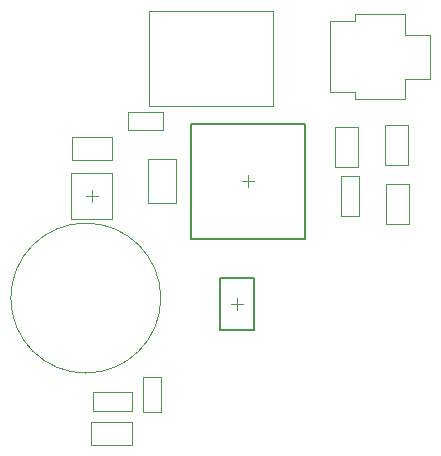
<source format=gbr>
%TF.GenerationSoftware,Altium Limited,Altium Designer,20.0.13 (296)*%
G04 Layer_Color=32768*
%FSLAX45Y45*%
%MOMM*%
%TF.FileFunction,Other,Mechanical_15*%
%TF.Part,Single*%
G01*
G75*
%TA.AperFunction,NonConductor*%
%ADD37C,0.20000*%
%ADD64C,0.10000*%
%ADD65C,0.05000*%
%ADD66C,0.05080*%
D37*
X13126501Y8009600D02*
X13416498D01*
Y8449600D01*
X13126501D02*
X13416498D01*
X13126501Y8009600D02*
Y8449600D01*
X12877628Y9756308D02*
X13848248D01*
Y8785692D02*
Y9756308D01*
X12877628Y8785692D02*
X13848248D01*
X12877628D02*
Y9756308D01*
D64*
X13221503Y8229600D02*
X13321503D01*
X13271500Y8179603D02*
Y8279602D01*
X13312938Y9271000D02*
X13412936D01*
X13362935Y9221003D02*
Y9321002D01*
X11864599Y9339753D02*
X12214601D01*
X11864599Y8949751D02*
X12214601D01*
Y9339753D01*
X11864599Y8949751D02*
Y9339753D01*
X12039600Y9094749D02*
Y9194749D01*
X11989603Y9144752D02*
X12089602D01*
D65*
X12623800Y8281825D02*
G03*
X12623800Y8281825I-635000J0D01*
G01*
X13571901Y9911999D02*
Y10711998D01*
X12521900Y9911999D02*
X13571901D01*
X12521900D02*
Y10711998D01*
X13571901D01*
X14519402Y9747098D02*
X14715997D01*
X14519402Y9404502D02*
X14715997D01*
X14519402D02*
Y9747098D01*
X14715997Y9404502D02*
Y9747098D01*
X14534398Y8911499D02*
X14726402D01*
Y9249501D01*
X14534398D02*
X14726402D01*
X14534398Y8911499D02*
Y9249501D01*
X14102599Y9394099D02*
X14294601D01*
Y9732101D01*
X14102599D02*
X14294601D01*
X14102599Y9394099D02*
Y9732101D01*
X12516500Y9086002D02*
X12756500D01*
Y9455998D01*
X12516500D02*
X12756500D01*
X12516500Y9086002D02*
Y9455998D01*
X12342998Y9702998D02*
Y9855002D01*
Y9702998D02*
X12644999D01*
Y9855002D01*
X12342998D02*
X12644999D01*
X12208601Y9454398D02*
Y9646402D01*
X11870604D02*
X12208601D01*
X11870604Y9454398D02*
Y9646402D01*
Y9454398D02*
X12208601D01*
X12375998Y7039102D02*
Y7235698D01*
X12033402Y7039102D02*
Y7235698D01*
X12375998D01*
X12033402Y7039102D02*
X12375998D01*
X12471598Y7615799D02*
X12623602D01*
X12471598Y7313798D02*
Y7615799D01*
Y7313798D02*
X12623602D01*
Y7615799D01*
X14688998Y10512100D02*
Y10686100D01*
Y10512100D02*
X14902998D01*
Y10138100D02*
Y10512100D01*
X14688998Y10138100D02*
X14902998D01*
X14688998Y9964100D02*
Y10138100D01*
X14267001Y9964100D02*
X14688998D01*
X14267001D02*
Y10024100D01*
X14053001D02*
X14267001D01*
X14053001D02*
Y10626100D01*
X14267001D01*
Y10686100D01*
X14688998D01*
D66*
X14302298Y8976700D02*
Y9311300D01*
X14145702Y8976700D02*
X14302298D01*
X14145702D02*
Y9311300D01*
X14302298D01*
X12046199Y7325802D02*
X12380798D01*
X12046199D02*
Y7482398D01*
X12380798D01*
Y7325802D02*
Y7482398D01*
%TF.MD5,df232937a60b5868598130160e896ba1*%
M02*

</source>
